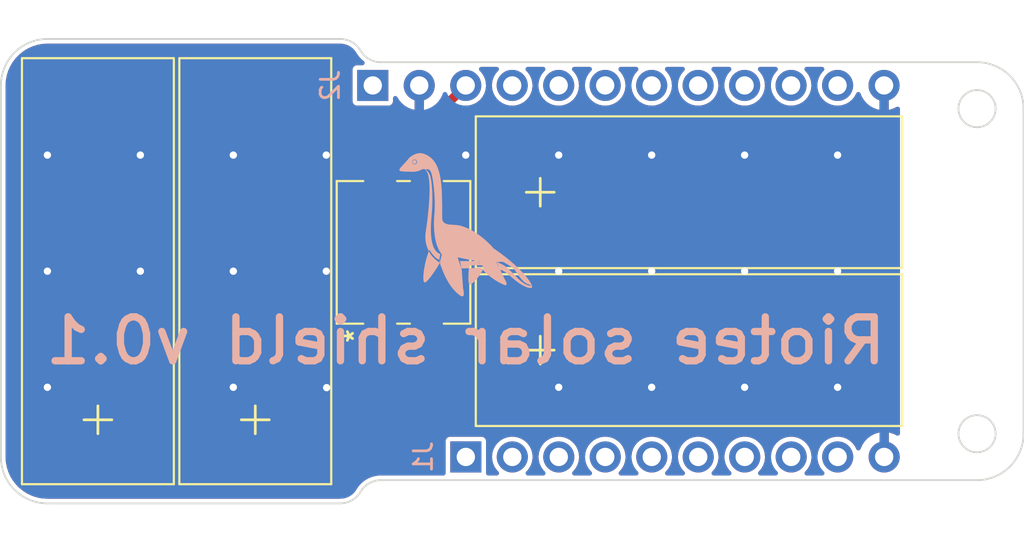
<source format=kicad_pcb>
(kicad_pcb (version 20211014) (generator pcbnew)
  (layers (0 "F.Cu" jumper) (31 "B.Cu" signal) (34 "B.Paste" user) (35 "F.Paste" user) (36 "B.SilkS" user "B.Silkscreen") (37 "F.SilkS" user "F.Silkscreen") (38 "B.Mask" user) (39 "F.Mask" user) (44 "Edge.Cuts" user))
  (net 0 "")
  (net 1 "GND")
  (net 12 "/Vharvester")
  (net 21 "Net-(SC1-Pad1)")
  (net 22 "Net-(SC4-Pad1)")
  (footprint "riotee:AS_KXOB25_23x08" (layer "F.Cu") (at 215.4 66.548)
    (fp_text reference "SC4" hide)
    (fp_text value "KXOB25-05X3F")
    (fp_line (start -11.65 4.15) (end 11.65 4.15) (layer "F.SilkS") (width 0.12))
    (fp_line (start -8.89 0) (end -7.366 0) (layer "F.SilkS") (width 0.15))
    (fp_line (start -11.65 -4.15) (end -11.65 4.15) (layer "F.SilkS") (width 0.12))
    (fp_line (start -8.128 -0.762) (end -8.128 0.762) (layer "F.SilkS") (width 0.15))
    (fp_line (start 11.65 4.15) (end 11.65 -4.15) (layer "F.SilkS") (width 0.12))
    (fp_line (start 11.65 -4.15) (end -11.65 -4.15) (layer "F.SilkS") (width 0.12))
    (pad "1" smd rect (at -10.5 0 90) (size 7.4 2) (layers "F.Cu" "F.Mask") (net 22 "Net-(SC4-Pad1)"))
    (pad "2" smd rect (at 10.5 0 90) (size 7.4 2) (layers "F.Cu" "F.Mask") (net 1 "GND"))
  )
  (footprint "riotee:AS_KXOB25_23x08" (layer "F.Cu") (at 183.1 62.23 90)
    (fp_text reference "SC3" hide)
    (fp_text value "KXOB25-05X3F")
    (fp_line (start 11.65 -4.15) (end -11.65 -4.15) (layer "F.SilkS") (width 0.12))
    (fp_line (start 11.65 4.15) (end 11.65 -4.15) (layer "F.SilkS") (width 0.12))
    (fp_line (start -11.65 -4.15) (end -11.65 4.15) (layer "F.SilkS") (width 0.12))
    (fp_line (start -11.65 4.15) (end 11.65 4.15) (layer "F.SilkS") (width 0.12))
    (fp_line (start -8.128 -0.762) (end -8.128 0.762) (layer "F.SilkS") (width 0.15))
    (fp_line (start -8.89 0) (end -7.366 0) (layer "F.SilkS") (width 0.15))
    (pad "1" smd rect (at -10.5 0 180) (size 7.4 2) (layers "F.Cu" "F.Mask") (net 21 "Net-(SC1-Pad1)"))
    (pad "2" smd rect (at 10.5 0 180) (size 7.4 2) (layers "F.Cu" "F.Mask") (net 1 "GND"))
  )
  (footprint "riotee:AS_KXOB25_23x08" (layer "F.Cu") (at 215.4 57.912)
    (fp_text reference "SC2" hide)
    (fp_text value "KXOB25-05X3F")
    (fp_line (start -11.65 4.15) (end 11.65 4.15) (layer "F.SilkS") (width 0.12))
    (fp_line (start -8.128 -0.762) (end -8.128 0.762) (layer "F.SilkS") (width 0.15))
    (fp_line (start 11.65 -4.15) (end -11.65 -4.15) (layer "F.SilkS") (width 0.12))
    (fp_line (start -11.65 -4.15) (end -11.65 4.15) (layer "F.SilkS") (width 0.12))
    (fp_line (start 11.65 4.15) (end 11.65 -4.15) (layer "F.SilkS") (width 0.12))
    (fp_line (start -8.89 0) (end -7.366 0) (layer "F.SilkS") (width 0.15))
    (pad "1" smd rect (at -10.5 0 90) (size 7.4 2) (layers "F.Cu" "F.Mask") (net 21 "Net-(SC1-Pad1)"))
    (pad "2" smd rect (at 10.5 0 90) (size 7.4 2) (layers "F.Cu" "F.Mask") (net 1 "GND"))
  )
  (footprint "riotee:TE_1825058-1" (layer "F.Cu") (at 199.8 61.2 90)
    (fp_text reference "SW1")
    (fp_text value "SW_DIP_x02")
    (fp_text user "*" (at -4.572 -2.667 90) (layer "F.SilkS"))
    (fp_line (start 3.9 -3.65) (end 3.9 -2.2) (layer "F.SilkS") (width 0.12))
    (fp_line (start 3.9 0.35) (end 3.9 -0.35) (layer "F.SilkS") (width 0.12))
    (fp_line (start -3.9 -2.2) (end -3.9 -3.65) (layer "F.SilkS") (width 0.12))
    (fp_line (start 3.9 3.65) (end -3.9 3.65) (layer "F.SilkS") (width 0.12))
    (fp_line (start 3.9 2.2) (end 3.9 3.65) (layer "F.SilkS") (width 0.12))
    (fp_line (start -3.9 3.65) (end -3.9 2.2) (layer "F.SilkS") (width 0.12))
    (fp_line (start -3.9 -3.65) (end 3.9 -3.65) (layer "F.SilkS") (width 0.12))
    (fp_line (start -3.9 0.35) (end -3.9 -0.35) (layer "F.SilkS") (width 0.12))
    (pad "1" smd rect (at -4.13 -1.27 90) (size 2.16 1.52) (layers "F.Cu" "F.Paste" "F.Mask") (net 21 "Net-(SC1-Pad1)"))
    (pad "2" smd rect (at -4.13 1.27 90) (size 2.16 1.52) (layers "F.Cu" "F.Paste" "F.Mask") (net 22 "Net-(SC4-Pad1)"))
    (pad "3" smd rect (at 4.13 1.27 90) (size 2.16 1.52) (layers "F.Cu" "F.Paste" "F.Mask") (net 12 "/Vharvester"))
    (pad "4" smd rect (at 4.13 -1.27 90) (size 2.16 1.52) (layers "F.Cu" "F.Paste" "F.Mask") (net 12 "/Vharvester"))
  )
  (footprint "riotee:AS_KXOB25_23x08" (layer "F.Cu") (at 191.7 62.23 90)
    (fp_text reference "SC1" hide)
    (fp_text value "KXOB25-05X3F")
    (fp_line (start -11.65 -4.15) (end -11.65 4.15) (layer "F.SilkS") (width 0.12))
    (fp_line (start -11.65 4.15) (end 11.65 4.15) (layer "F.SilkS") (width 0.12))
    (fp_line (start 11.65 -4.15) (end -11.65 -4.15) (layer "F.SilkS") (width 0.12))
    (fp_line (start 11.65 4.15) (end 11.65 -4.15) (layer "F.SilkS") (width 0.12))
    (fp_line (start -8.128 -0.762) (end -8.128 0.762) (layer "F.SilkS") (width 0.15))
    (fp_line (start -8.89 0) (end -7.366 0) (layer "F.SilkS") (width 0.15))
    (pad "1" smd rect (at -10.5 0 180) (size 7.4 2) (layers "F.Cu" "F.Mask") (net 21 "Net-(SC1-Pad1)"))
    (pad "2" smd rect (at 10.5 0 180) (size 7.4 2) (layers "F.Cu" "F.Mask") (net 1 "GND"))
  )
  (footprint "riotee:PinHeader_1x12_P2.54mm_Vertical" (layer "B.Cu") (at 198.12 52.07 -90)
    (fp_text reference "J2" (at 0 2.33 90) (layer "B.SilkS") (effects (justify mirror)))
    (fp_text value "Conn_01x12")
    (pad "1" thru_hole rect (at 0 0 270) (size 1.7 1.7) (drill 1) (layers *.Cu *.Mask))
    (pad "2" thru_hole oval (at 0 -2.54 270) (size 1.7 1.7) (drill 1) (layers *.Cu *.Mask) (net 1 "GND"))
    (pad "3" thru_hole oval (at 0 -5.08 270) (size 1.7 1.7) (drill 1) (layers *.Cu *.Mask) (net 12 "/Vharvester"))
    (pad "4" thru_hole oval (at 0 -7.62 270) (size 1.7 1.7) (drill 1) (layers *.Cu *.Mask))
    (pad "5" thru_hole oval (at 0 -10.16 270) (size 1.7 1.7) (drill 1) (layers *.Cu *.Mask))
    (pad "6" thru_hole oval (at 0 -12.7 270) (size 1.7 1.7) (drill 1) (layers *.Cu *.Mask))
    (pad "7" thru_hole oval (at 0 -15.24 270) (size 1.7 1.7) (drill 1) (layers *.Cu *.Mask))
    (pad "8" thru_hole oval (at 0 -17.78 270) (size 1.7 1.7) (drill 1) (layers *.Cu *.Mask))
    (pad "9" thru_hole oval (at 0 -20.32 270) (size 1.7 1.7) (drill 1) (layers *.Cu *.Mask))
    (pad "10" thru_hole oval (at 0 -22.86 270) (size 1.7 1.7) (drill 1) (layers *.Cu *.Mask))
    (pad "11" thru_hole oval (at 0 -25.4 270) (size 1.7 1.7) (drill 1) (layers *.Cu *.Mask))
    (pad "12" thru_hole oval (at 0 -27.94 270) (size 1.7 1.7) (drill 1) (layers *.Cu *.Mask) (net 1 "GND"))
  )
  (footprint "riotee:PinHeader_1x10_P2.54mm_Vertical" (layer "B.Cu") (at 203.205 72.39 -90)
    (fp_text reference "J1" (at 0 2.33 90) (layer "B.SilkS") (effects (justify mirror)))
    (fp_text value "Conn_01x10")
    (pad "1" thru_hole rect (at 0 0 270) (size 1.7 1.7) (drill 1) (layers *.Cu *.Mask))
    (pad "2" thru_hole oval (at 0 -2.54 270) (size 1.7 1.7) (drill 1) (layers *.Cu *.Mask))
    (pad "3" thru_hole oval (at 0 -5.08 270) (size 1.7 1.7) (drill 1) (layers *.Cu *.Mask))
    (pad "4" thru_hole oval (at 0 -7.62 270) (size 1.7 1.7) (drill 1) (layers *.Cu *.Mask))
    (pad "5" thru_hole oval (at 0 -10.16 270) (size 1.7 1.7) (drill 1) (layers *.Cu *.Mask))
    (pad "6" thru_hole oval (at 0 -12.7 270) (size 1.7 1.7) (drill 1) (layers *.Cu *.Mask))
    (pad "7" thru_hole oval (at 0 -15.24 270) (size 1.7 1.7) (drill 1) (layers *.Cu *.Mask))
    (pad "8" thru_hole oval (at 0 -17.78 270) (size 1.7 1.7) (drill 1) (layers *.Cu *.Mask))
    (pad "9" thru_hole oval (at 0 -20.32 270) (size 1.7 1.7) (drill 1) (layers *.Cu *.Mask))
    (pad "10" thru_hole oval (at 0 -22.86 270) (size 1.7 1.7) (drill 1) (layers *.Cu *.Mask) (net 1 "GND"))
  )
  (gr_poly (pts (xy 201.210963 61.18522) (xy 201.267761 61.276969) (xy 201.330609 61.364698) (xy 201.399364 61.44807) (xy 201.473882 61.52675) (xy 201.55402 61.600398) (xy 201.639634 61.668679) (xy 201.674733 61.693649) (xy 201.725954 61.729533) (xy 201.777672 61.765417) (xy 201.779483 61.766653) (xy 201.779863 61.769221) (xy 201.783148 61.779076) (xy 201.77453 61.794683) (xy 201.723267 61.883328) (xy 201.66909 61.973345) (xy 201.61268 62.063777) (xy 201.554719 62.153666) (xy 201.495891 62.242055) (xy 201.436876 62.327987) (xy 201.378358 62.410505) (xy 201.321018 62.488651) (xy 201.265538 62.561467) (xy 201.212601 62.627998) (xy 201.162888 62.687284) (xy 201.117082 62.738369) (xy 201.075865 62.780296) (xy 201.039919 62.812108) (xy 201.024135 62.823921) (xy 201.009926 62.832846) (xy 201.005461 62.835172) (xy 201.000996 62.837192) (xy 200.996531 62.83891) (xy 200.992066 62.840329) (xy 200.987601 62.841453) (xy 200.983137 62.842287) (xy 200.978672 62.842834) (xy 200.974207 62.843099) (xy 200.969742 62.843084) (xy 200.965277 62.842794) (xy 200.960812 62.842232) (xy 200.956348 62.841404) (xy 200.951883 62.840311) (xy 200.947418 62.83896) (xy 200.942953 62.837352) (xy 200.938488 62.835492) (xy 200.934118 62.83292) (xy 200.929941 62.83017) (xy 200.925966 62.827248) (xy 200.9222 62.824165) (xy 200.918651 62.820926) (xy 200.915327 62.81754) (xy 200.912235 62.814014) (xy 200.909384 62.810357) (xy 200.906781 62.806575) (xy 200.904433 62.802677) (xy 200.90235 62.798671) (xy 200.900537 62.794564) (xy 200.899003 62.790364) (xy 200.897757 62.786079) (xy 200.896805 62.781716) (xy 200.896155 62.777284) (xy 200.885769 62.676842) (xy 200.882895 62.567203) (xy 200.886795 62.450146) (xy 200.896734 62.32745) (xy 200.911974 62.200894) (xy 200.931781 62.072257) (xy 200.955416 61.943317) (xy 200.982144 61.815854) (xy 201.011229 61.691646) (xy 201.041934 61.572473) (xy 201.073523 61.460114) (xy 201.105258 61.356347) (xy 201.136405 61.262951) (xy 201.166226 61.181706) (xy 201.184982 61.136225)) (layer "B.SilkS") (width 0) (fill solid))
  (gr_poly (pts (xy 200.734671 55.773876) (xy 200.77768 55.777681) (xy 200.820953 55.784509) (xy 200.864652 55.794352) (xy 200.90894 55.807202) (xy 200.95398 55.823053) (xy 200.999934 55.841895) (xy 201.046966 55.863722) (xy 201.125569 55.905717) (xy 201.199262 55.952289) (xy 201.268203 56.003378) (xy 201.332551 56.058925) (xy 201.392465 56.11887) (xy 201.448104 56.183156) (xy 201.547194 56.32451) (xy 201.631091 56.482515) (xy 201.701066 56.656697) (xy 201.75839 56.846583) (xy 201.804336 57.051701) (xy 201.840174 57.271578) (xy 201.867175 57.505741) (xy 201.88661 57.753716) (xy 201.899751 58.015032) (xy 201.912236 58.575794) (xy 201.914799 59.184243) (xy 201.914799 59.316534) (xy 201.915636 59.347356) (xy 201.918112 59.376361) (xy 201.922177 59.403607) (xy 201.927781 59.429153) (xy 201.934872 59.453057) (xy 201.943402 59.475379) (xy 201.95332 59.496177) (xy 201.964574 59.515509) (xy 201.977115 59.533435) (xy 201.990893 59.550012) (xy 202.005857 59.565299) (xy 202.021956 59.579356) (xy 202.03914 59.59224) (xy 202.057359 59.60401) (xy 202.076563 59.614725) (xy 202.096701 59.624443) (xy 202.139576 59.641125) (xy 202.185584 59.654524) (xy 202.23432 59.665109) (xy 202.285382 59.67335) (xy 202.338365 59.679714) (xy 202.392869 59.684672) (xy 202.504821 59.692243) (xy 202.610778 59.699064) (xy 202.664113 59.703544) (xy 202.717479 59.70911) (xy 202.770721 59.71604) (xy 202.823685 59.724613) (xy 202.876214 59.735108) (xy 202.902267 59.741164) (xy 202.928154 59.747805) (xy 203.022675 59.776461) (xy 203.115674 59.808656) (xy 203.207056 59.8441) (xy 203.296725 59.882505) (xy 203.384587 59.92358) (xy 203.470545 59.967036) (xy 203.554504 60.012583) (xy 203.636369 60.059931) (xy 203.716044 60.10879) (xy 203.793434 60.158872) (xy 203.868443 60.209885) (xy 203.940976 60.261541) (xy 204.078231 60.365621) (xy 204.204438 60.468795) (xy 204.31883 60.568743) (xy 204.420647 60.66315) (xy 204.509122 60.749696) (xy 204.583494 60.826065) (xy 204.686873 60.938999) (xy 204.724675 60.983409) (xy 204.724915 60.983657) (xy 204.725141 60.983905) (xy 204.725353 60.984151) (xy 204.725553 60.984396) (xy 204.725741 60.984639) (xy 204.725919 60.98488) (xy 204.726246 60.985352) (xy 204.72732 60.987047) (xy 204.727445 60.987229) (xy 204.72757 60.987403) (xy 204.727697 60.987568) (xy 204.727827 60.987724) (xy 204.727961 60.98787) (xy 204.728099 60.988006) (xy 204.728244 60.988132) (xy 204.728395 60.988246) (xy 204.728554 60.988349) (xy 204.728722 60.988439) (xy 204.7289 60.988517) (xy 204.729088 60.988582) (xy 204.729288 60.988633) (xy 204.7295 60.98867) (xy 204.729726 60.988693) (xy 204.729966 60.988701) (xy 204.944268 61.135548) (xy 205.149331 61.283784) (xy 205.344719 61.432499) (xy 205.53 61.580789) (xy 205.704739 61.727745) (xy 205.868501 61.872461) (xy 206.020854 62.01403) (xy 206.161362 62.151544) (xy 206.289592 62.284098) (xy 206.405109 62.410784) (xy 206.50748 62.530696) (xy 206.596271 62.642925) (xy 206.671046 62.746566) (xy 206.731373 62.840712) (xy 206.776818 62.924455) (xy 206.806945 62.996888) (xy 206.8013 63.001661) (xy 206.795271 63.006045) (xy 206.788847 63.010027) (xy 206.787402 63.010781) (xy 206.788319 63.010883) (xy 206.792499 63.01099) (xy 206.79644 63.010685) (xy 206.800131 63.009943) (xy 206.80356 63.008736) (xy 206.806718 63.007039) (xy 206.809592 63.004825) (xy 206.813421 63.017475) (xy 206.816909 63.02963) (xy 206.819963 63.041288) (xy 206.821298 63.046931) (xy 206.82249 63.05245) (xy 206.823527 63.057845) (xy 206.824397 63.063116) (xy 206.825089 63.068263) (xy 206.825591 63.073286) (xy 206.825891 63.078185) (xy 206.825978 63.08296) (xy 206.825841 63.087611) (xy 206.825467 63.092137) (xy 206.825188 63.094805) (xy 206.82485 63.097351) (xy 206.824457 63.09978) (xy 206.824009 63.102096) (xy 206.823512 63.104301) (xy 206.822967 63.106398) (xy 206.822377 63.108393) (xy 206.821746 63.110286) (xy 206.821076 63.112083) (xy 206.82037 63.113787) (xy 206.819631 63.1154) (xy 206.818862 63.116927) (xy 206.818066 63.11837) (xy 206.817246 63.119733) (xy 206.816404 63.12102) (xy 206.815545 63.122234) (xy 206.814669 63.123378) (xy 206.813781 63.124455) (xy 206.812883 63.12547) (xy 206.811979 63.126425) (xy 206.810161 63.128169) (xy 206.808351 63.129717) (xy 206.806572 63.131093) (xy 206.804848 63.132326) (xy 206.801654 63.134471) (xy 206.798121 63.136393) (xy 206.794471 63.138191) (xy 206.790713 63.139866) (xy 206.786854 63.141416) (xy 206.782902 63.142842) (xy 206.778865 63.144145) (xy 206.77475 63.145323) (xy 206.770565 63.146377) (xy 206.766319 63.147307) (xy 206.762018 63.148113) (xy 206.757671 63.148796) (xy 206.753285 63.149354) (xy 206.748868 63.149788) (xy 206.744428 63.150098) (xy 206.739972 63.150284) (xy 206.735509 63.150346) (xy 206.699501 63.148439) (xy 206.661141 63.142905) (xy 206.620742 63.134021) (xy 206.578619 63.122069) (xy 206.535085 63.107325) (xy 206.490454 63.09007) (xy 206.44504 63.070583) (xy 206.399157 63.049143) (xy 206.353119 63.026028) (xy 206.30724 63.001518) (xy 206.261834 62.975891) (xy 206.217215 62.949428) (xy 206.131592 62.895106) (xy 206.052884 62.840783) (xy 206.003 62.803845) (xy 205.95445 62.766535) (xy 205.907078 62.728977) (xy 205.86073 62.691294) (xy 205.770482 62.616054) (xy 205.682467 62.541805) (xy 205.604368 62.475705) (xy 205.528471 62.412862) (xy 205.454248 62.354048) (xy 205.4176 62.326396) (xy 205.381173 62.300041) (xy 205.3449 62.275082) (xy 205.308717 62.251615) (xy 205.272557 62.229738) (xy 205.236354 62.209546) (xy 205.200043 62.191137) (xy 205.163558 62.174607) (xy 205.126832 62.160055) (xy 205.093621 62.148863) (xy 205.198279 62.401575) (xy 205.215818 62.436327) (xy 205.232923 62.471235) (xy 205.267071 62.542135) (xy 205.303203 62.615515) (xy 205.322788 62.653523) (xy 205.3438 62.692617) (xy 205.355682 62.713884) (xy 205.366548 62.734051) (xy 205.376437 62.753148) (xy 205.385389 62.771206) (xy 205.393442 62.788257) (xy 205.400634 62.804331) (xy 205.407004 62.819459) (xy 205.412592 62.833672) (xy 205.417435 62.847002) (xy 205.421573 62.85948) (xy 205.425044 62.871135) (xy 205.427888 62.882) (xy 205.430142 62.892105) (xy 205.431846 62.901482) (xy 205.433039 62.910161) (xy 205.433758 62.918174) (xy 205.434044 62.92555) (xy 205.433934 62.932323) (xy 205.433468 62.938521) (xy 205.432684 62.944177) (xy 205.43162 62.949322) (xy 205.430317 62.953985) (xy 205.428812 62.9582) (xy 205.427144 62.961995) (xy 205.425352 62.965403) (xy 205.423475 62.968455) (xy 205.421551 62.971181) (xy 205.41962 62.973612) (xy 205.415889 62.977715) (xy 205.412592 62.981012) (xy 205.409952 62.98358) (xy 205.407004 62.985834) (xy 205.403768 62.987785) (xy 205.400262 62.989446) (xy 205.396503 62.990827) (xy 205.392512 62.991942) (xy 205.388305 62.9928) (xy 205.383901 62.993415) (xy 205.374577 62.993957) (xy 205.364688 62.993663) (xy 205.35438 62.992624) (xy 205.3438 62.990934) (xy 205.333097 62.988686) (xy 205.322416 62.985973) (xy 205.311907 62.982888) (xy 205.301715 62.979524) (xy 205.291988 62.975974) (xy 205.282873 62.97233) (xy 205.274519 62.968687) (xy 205.267071 62.965137) (xy 205.157791 62.914039) (xy 205.052267 62.860208) (xy 204.950596 62.804013) (xy 204.852874 62.745822) (xy 204.759198 62.686003) (xy 204.669666 62.624925) (xy 204.584373 62.562955) (xy 204.503417 62.500462) (xy 204.426896 62.437814) (xy 204.354905 62.37538) (xy 204.287541 62.313526) (xy 204.224902 62.252622) (xy 204.167085 62.193036) (xy 204.134773 62.15767) (xy 204.125105 62.175977) (xy 204.119488 62.186638) (xy 204.116134 62.192555) (xy 204.075833 62.264567) (xy 204.034454 62.333704) (xy 203.992223 62.399879) (xy 203.949364 62.463008) (xy 203.906102 62.523006) (xy 203.862661 62.579787) (xy 203.819267 62.633265) (xy 203.776145 62.683357) (xy 203.733518 62.729975) (xy 203.691612 62.773036) (xy 203.650652 62.812453) (xy 203.610863 62.848142) (xy 203.572468 62.880018) (xy 203.535694 62.907994) (xy 203.500765 62.931986) (xy 203.467905 62.951908) (xy 203.46589 62.952838) (xy 203.463817 62.953639) (xy 203.46169 62.954309) (xy 203.459513 62.954843) (xy 203.457289 62.955238) (xy 203.455022 62.955489) (xy 203.452717 62.955593) (xy 203.450377 62.955546) (xy 203.448005 62.955344) (xy 203.445607 62.954983) (xy 203.443185 62.954459) (xy 203.440744 62.953768) (xy 203.438288 62.952907) (xy 203.435819 62.951872) (xy 203.433343 62.950658) (xy 203.430863 62.949263) (xy 203.424857 62.945893) (xy 203.418782 62.94178) (xy 203.41269 62.936984) (xy 203.406638 62.931568) (xy 203.400678 62.925595) (xy 203.394866 62.919125) (xy 203.389255 62.912221) (xy 203.3839 62.904945) (xy 203.378855 62.897359) (xy 203.374175 62.889524) (xy 203.369913 62.881504) (xy 203.366123 62.87336) (xy 203.362861 62.865154) (xy 203.36018 62.856948) (xy 203.358135 62.848803) (xy 203.35678 62.840783) (xy 203.351557 62.796519) (xy 203.347737 62.745755) (xy 203.343964 62.628744) (xy 203.344781 62.497781) (xy 203.349504 62.360895) (xy 203.357452 62.226118) (xy 203.367942 62.10148) (xy 203.371501 62.070802) (xy 203.43417 62.067869) (xy 203.576632 62.059394) (xy 203.716613 62.049679) (xy 203.794665 62.044181) (xy 203.870733 62.039426) (xy 204.020884 62.031158) (xy 204.009842 62.011066) (xy 203.999521 61.98961) (xy 203.989898 61.966976) (xy 203.98509 61.954283) (xy 203.979604 61.942409) (xy 203.972569 61.925664) (xy 203.965726 61.908161) (xy 203.938533 61.907135) (xy 203.898488 61.905549) (xy 203.858041 61.904613) (xy 203.816912 61.904856) (xy 203.796004 61.905584) (xy 203.774821 61.906804) (xy 203.732622 61.909207) (xy 203.686269 61.910649) (xy 203.586306 61.911765) (xy 203.485351 61.912385) (xy 203.437757 61.913207) (xy 203.393822 61.914742) (xy 203.386953 61.951099) (xy 203.380293 61.995011) (xy 203.371501 62.070802) (xy 203.361854 62.071254) (xy 203.288732 62.073863) (xy 203.214742 62.075543) (xy 203.139822 62.076137) (xy 203.097571 62.075682) (xy 203.053832 62.074484) (xy 202.961471 62.070906) (xy 202.967303 62.090822) (xy 202.973697 62.118874) (xy 202.9792 62.149514) (xy 202.983924 62.182549) (xy 202.991484 62.255031) (xy 202.997277 62.334768) (xy 203.007158 62.509806) (xy 203.013043 62.602007) (xy 203.020759 62.695262) (xy 203.02727 62.77226) (xy 203.033161 62.851367) (xy 203.044571 63.009455) (xy 203.050835 63.085213) (xy 203.057966 63.15663) (xy 203.066337 63.222093) (xy 203.071105 63.252089) (xy 203.076321 63.279991) (xy 203.080293 63.301568) (xy 203.083786 63.322159) (xy 203.086818 63.34179) (xy 203.089406 63.360483) (xy 203.091568 63.378261) (xy 203.09332 63.395147) (xy 203.094682 63.411166) (xy 203.095669 63.426339) (xy 203.0963 63.440691) (xy 203.096592 63.454244) (xy 203.096562 63.467023) (xy 203.096227 63.479049) (xy 203.095606 63.490347) (xy 203.094716 63.500939) (xy 203.093573 63.510849) (xy 203.092197 63.520101) (xy 203.090603 63.528717) (xy 203.088809 63.53672) (xy 203.086834 63.544134) (xy 203.084693 63.550983) (xy 203.082406 63.557289) (xy 203.079988 63.563075) (xy 203.077458 63.568365) (xy 203.074833 63.573183) (xy 203.072131 63.577551) (xy 203.069368 63.581493) (xy 203.066563 63.585031) (xy 203.063733 63.58819) (xy 203.060895 63.590992) (xy 203.058067 63.593461) (xy 203.055265 63.59562) (xy 203.052509 63.597492) (xy 203.047156 63.600418) (xy 203.041531 63.602767) (xy 203.035654 63.604563) (xy 203.029549 63.605833) (xy 203.023236 63.606602) (xy 203.016738 63.606898) (xy 203.010076 63.606747) (xy 203.003271 63.606174) (xy 202.996347 63.605205) (xy 202.989325 63.603868) (xy 202.982225 63.602187) (xy 202.975072 63.60019) (xy 202.960687 63.595349) (xy 202.946345 63.589555) (xy 202.93222 63.583016) (xy 202.918486 63.575943) (xy 202.905318 63.568544) (xy 202.892891 63.561029) (xy 202.881378 63.553607) (xy 202.870954 63.546487) (xy 202.854071 63.533992) (xy 202.797209 63.489965) (xy 202.742193 63.443812) (xy 202.688991 63.395685) (xy 202.637573 63.345734) (xy 202.539968 63.240975) (xy 202.449135 63.13075) (xy 202.364828 63.016278) (xy 202.286804 62.898775) (xy 202.214818 62.779458) (xy 202.148626 62.659544) (xy 202.087985 62.54025) (xy 202.032649 62.422794) (xy 201.982375 62.308391) (xy 201.936918 62.19826) (xy 201.859481 61.995678) (xy 201.798384 61.824784) (xy 201.783148 61.779076) (xy 201.787128 61.771871) (xy 201.814259 61.790388) (xy 201.812883 61.763506) (xy 201.812678 61.735569) (xy 201.813006 61.72501) (xy 201.822196 61.708367) (xy 201.821512 61.705898) (xy 201.819576 61.701634) (xy 201.814523 61.692224) (xy 201.813573 61.706765) (xy 201.813006 61.72501) (xy 201.787128 61.771871) (xy 201.779483 61.766653) (xy 201.776229 61.744672) (xy 201.773238 61.720666) (xy 201.770852 61.697249) (xy 201.769032 61.674467) (xy 201.767738 61.652368) (xy 201.766933 61.630997) (xy 201.766578 61.610402) (xy 201.766579 61.610069) (xy 201.762185 61.602197) (xy 201.759846 61.59753) (xy 201.758696 61.594596) (xy 201.754781 61.592267) (xy 201.750967 61.590228) (xy 201.747248 61.588458) (xy 201.743617 61.586937) (xy 201.740068 61.585645) (xy 201.736593 61.584561) (xy 201.733186 61.583666) (xy 201.72984 61.582937) (xy 201.723305 61.581903) (xy 201.716932 61.581294) (xy 201.704457 61.580705) (xy 201.698247 61.580399) (xy 201.691982 61.579868) (xy 201.685609 61.578949) (xy 201.682365 61.578294) (xy 201.679073 61.577481) (xy 201.675728 61.576489) (xy 201.672321 61.575299) (xy 201.668846 61.573889) (xy 201.665297 61.572241) (xy 201.661666 61.570332) (xy 201.657947 61.568144) (xy 201.654133 61.565655) (xy 201.650217 61.562846) (xy 201.616073 61.536708) (xy 201.583069 61.509888) (xy 201.551165 61.482386) (xy 201.520323 61.454201) (xy 201.490505 61.425335) (xy 201.461671 61.395786) (xy 201.433782 61.365556) (xy 201.406801 61.334643) (xy 201.380687 61.303048) (xy 201.355403 61.270771) (xy 201.33091 61.237811) (xy 201.307169 61.20417) (xy 201.28414 61.169847) (xy 201.261786 61.134841) (xy 201.240068 61.099153) (xy 201.218947 61.062783) (xy 201.193986 61.114391) (xy 201.184982 61.136225) (xy 201.160358 61.08979) (xy 201.11609 60.991015) (xy 201.078302 60.889233) (xy 201.047138 60.78478) (xy 201.022741 60.677993) (xy 201.005254 60.569211) (xy 200.994822 60.45877) (xy 200.991586 60.347008) (xy 200.995691 60.234261) (xy 201.00728 60.120867) (xy 201.075782 59.640855) (xy 201.130947 59.182273) (xy 201.182236 58.64813) (xy 201.216285 58.091043) (xy 201.222669 57.820338) (xy 201.219732 57.563628) (xy 201.205803 57.32749) (xy 201.179213 57.118503) (xy 201.13829 56.943241) (xy 201.111931 56.870313) (xy 201.081363 56.808284) (xy 201.073021 56.794267) (xy 201.064853 56.780983) (xy 201.056847 56.76842) (xy 201.048993 56.756566) (xy 201.041279 56.74541) (xy 201.033692 56.734939) (xy 201.026221 56.725143) (xy 201.018856 56.71601) (xy 201.011583 56.707528) (xy 201.004391 56.699686) (xy 200.99727 56.692471) (xy 200.990206 56.685873) (xy 200.983189 56.679879) (xy 200.976207 56.674478) (xy 200.969248 56.669658) (xy 200.962301 56.665409) (xy 200.96783 56.666801) (xy 200.973977 56.667558) (xy 200.984017 56.667495) (xy 200.988138 56.669228) (xy 201.001362 56.675611) (xy 201.015547 56.683393) (xy 201.0306 56.69271) (xy 201.046429 56.703697) (xy 201.062939 56.71649) (xy 201.080039 56.731225) (xy 201.097635 56.748037) (xy 201.115634 56.767062) (xy 201.124755 56.777447) (xy 201.133943 56.788436) (xy 201.143184 56.800046) (xy 201.152469 56.812295) (xy 201.161784 56.825198) (xy 201.171119 56.838773) (xy 201.180461 56.853037) (xy 201.1898 56.868007) (xy 201.199123 56.8837) (xy 201.208419 56.900132) (xy 201.217676 56.917322) (xy 201.226883 56.935284) (xy 201.251706 56.995486) (xy 201.274534 57.071989) (xy 201.295291 57.163422) (xy 201.313906 57.268411) (xy 201.330303 57.385586) (xy 201.344411 57.513575) (xy 201.356153 57.651004) (xy 201.365458 57.796503) (xy 201.372252 57.948699) (xy 201.37646 58.106221) (xy 201.37801 58.267696) (xy 201.376827 58.431751) (xy 201.372838 58.597017) (xy 201.36597 58.762119) (xy 201.356148 58.925686) (xy 201.3433 59.086347) (xy 201.316557 59.414601) (xy 201.299023 59.756776) (xy 201.296122 59.928598) (xy 201.298419 60.098518) (xy 201.306877 60.264739) (xy 201.322464 60.425469) (xy 201.346142 60.578913) (xy 201.378879 60.723275) (xy 201.421638 60.856763) (xy 201.447077 60.918867) (xy 201.475384 60.97758) (xy 201.50668 61.032677) (xy 201.541084 61.083934) (xy 201.578718 61.131125) (xy 201.619701 61.174028) (xy 201.664156 61.212418) (xy 201.712201 61.24607) (xy 201.763959 61.27476) (xy 201.819549 61.298263) (xy 201.816904 61.308847) (xy 201.812191 61.325466) (xy 201.801029 61.366394) (xy 201.794424 61.391788) (xy 201.787882 61.418236) (xy 201.78196 61.444063) (xy 201.779406 61.456222) (xy 201.777216 61.467597) (xy 201.773423 61.491843) (xy 201.770188 61.520679) (xy 201.767822 61.553731) (xy 201.767061 61.571722) (xy 201.766633 61.590628) (xy 201.766579 61.610069) (xy 201.769735 61.615721) (xy 201.791439 61.652473) (xy 201.802802 61.671671) (xy 201.812647 61.68873) (xy 201.814523 61.692224) (xy 201.815499 61.677278) (xy 201.818387 61.647295) (xy 201.822166 61.617003) (xy 201.826766 61.586586) (xy 201.832118 61.556231) (xy 201.838153 61.526125) (xy 201.8448 61.496452) (xy 201.850908 61.472888) (xy 202.756176 61.472888) (xy 202.840842 61.721596) (xy 202.959905 62.070846) (xy 202.961471 62.070906) (xy 202.959904 62.065554) (xy 202.885821 61.673971) (xy 203.018815 61.675748) (xy 203.326683 61.676286) (xy 203.351094 61.675948) (xy 203.91762 61.675948) (xy 203.917696 61.685877) (xy 203.918144 61.697293) (xy 203.91905 61.710237) (xy 203.919701 61.717294) (xy 203.920498 61.724746) (xy 203.921452 61.7326) (xy 203.922574 61.74086) (xy 203.923874 61.749531) (xy 203.925363 61.758618) (xy 203.927052 61.768125) (xy 203.928951 61.778057) (xy 203.931071 61.78842) (xy 203.933422 61.799217) (xy 203.936016 61.810455) (xy 203.938863 61.822137) (xy 203.945046 61.845354) (xy 203.951616 61.867354) (xy 203.958466 61.888098) (xy 203.965486 61.907548) (xy 203.965726 61.908161) (xy 203.9694 61.9083) (xy 203.972651 61.918917) (xy 203.980949 61.94335) (xy 203.98509 61.954283) (xy 203.993102 61.971627) (xy 204.005112 61.994891) (xy 204.014765 62.011893) (xy 204.023529 62.025866) (xy 204.066301 62.07929) (xy 204.114185 62.135136) (xy 204.134773 62.15767) (xy 204.140278 62.147245) (xy 204.148406 62.132584) (xy 204.152294 62.125926) (xy 204.155946 62.120001) (xy 204.159272 62.115021) (xy 204.162183 62.1112) (xy 204.164591 62.108752) (xy 204.165577 62.108108) (xy 204.166405 62.107888) (xy 204.161593 62.099497) (xy 204.157052 62.089377) (xy 204.152743 62.077785) (xy 204.148628 62.064976) (xy 204.140825 62.036729) (xy 204.133332 62.006685) (xy 204.125839 61.976888) (xy 204.121995 61.962722) (xy 204.118036 61.949386) (xy 204.113921 61.937135) (xy 204.109612 61.926224) (xy 204.105071 61.916911) (xy 204.102701 61.912933) (xy 204.100259 61.90945) (xy 204.079541 61.910205) (xy 204.059037 61.91053) (xy 204.018528 61.910153) (xy 203.9694 61.9083) (xy 203.964981 61.893864) (xy 203.957915 61.868377) (xy 203.951431 61.842643) (xy 203.940114 61.791173) (xy 203.930843 61.740943) (xy 203.929063 61.729534) (xy 204.870195 61.729534) (xy 205.089799 62.147576) (xy 205.093621 62.148863) (xy 205.0898 62.139637) (xy 204.892925 61.732764) (xy 204.883183 61.732333) (xy 204.870195 61.729534) (xy 203.929063 61.729534) (xy 203.929063 61.729533) (xy 204.891362 61.729533) (xy 204.892925 61.732764) (xy 204.900054 61.733079) (xy 204.900583 61.733056) (xy 204.962138 61.75657) (xy 205.013773 61.777623) (xy 205.072602 61.802955) (xy 205.135895 61.832008) (xy 205.168363 61.847755) (xy 205.200925 61.864223) (xy 205.233238 61.881342) (xy 205.264962 61.899042) (xy 205.295756 61.917255) (xy 205.325279 61.935908) (xy 205.359011 61.959107) (xy 205.393595 61.984825) (xy 205.42883 62.012729) (xy 205.464516 62.042486) (xy 205.500449 62.073762) (xy 205.536429 62.106223) (xy 205.607722 62.173372) (xy 205.676782 62.241264) (xy 205.741998 62.307234) (xy 205.854446 62.422741) (xy 205.985042 62.560779) (xy 206.027197 62.603554) (xy 206.072711 62.648076) (xy 206.121365 62.693568) (xy 206.172938 62.739249) (xy 206.227208 62.784341) (xy 206.283954 62.828066) (xy 206.342956 62.869643) (xy 206.403993 62.908293) (xy 206.435206 62.926278) (xy 206.466844 62.943239) (xy 206.498881 62.959079) (xy 206.531288 62.9737) (xy 206.564038 62.987006) (xy 206.597104 62.998899) (xy 206.630457 63.009281) (xy 206.664071 63.018055) (xy 206.676692 63.020724) (xy 206.688767 63.022788) (xy 206.700307 63.024264) (xy 206.711323 63.025165) (xy 206.721829 63.025509) (xy 206.731834 63.02531) (xy 206.741351 63.024584) (xy 206.750391 63.023346) (xy 206.758966 63.021613) (xy 206.767087 63.019398) (xy 206.774767 63.016719) (xy 206.782016 63.01359) (xy 206.787402 63.010781) (xy 206.783912 63.01039) (xy 206.779288 63.009538) (xy 206.774459 63.008353) (xy 206.769436 63.00686) (xy 206.75885 63.003058) (xy 206.747622 62.998341) (xy 206.735839 62.992919) (xy 206.710967 62.980796) (xy 206.684948 62.968362) (xy 206.671731 62.962553) (xy 206.658495 62.957293) (xy 206.645328 62.952793) (xy 206.638799 62.950894) (xy 206.63232 62.949263) (xy 206.598737 62.939775) (xy 206.565472 62.927314) (xy 206.532549 62.912066) (xy 206.499992 62.894222) (xy 206.467825 62.873969) (xy 206.436071 62.851495) (xy 206.404753 62.82699) (xy 206.373897 62.800641) (xy 206.313661 62.743167) (xy 206.255552 62.680581) (xy 206.199762 62.614391) (xy 206.146479 62.546103) (xy 206.095894 62.477227) (xy 206.048196 62.40927) (xy 205.962221 62.28214) (xy 205.890076 62.176778) (xy 205.859664 62.136028) (xy 205.833279 62.105242) (xy 205.808126 62.080481) (xy 205.781385 62.056723) (xy 205.753202 62.033857) (xy 205.723725 62.01177) (xy 205.6931 61.990349) (xy 205.661475 61.969483) (xy 205.595815 61.928963) (xy 205.458976 61.84963) (xy 205.390153 61.809017) (xy 205.356157 61.788081) (xy 205.322633 61.766575) (xy 205.307999 61.757683) (xy 205.292902 61.749823) (xy 205.277393 61.742941) (xy 205.26152 61.736985) (xy 205.245334 61.731901) (xy 205.228883 61.727636) (xy 205.195385 61.721348) (xy 205.161422 61.717696) (xy 205.127389 61.716253) (xy 205.093682 61.716592) (xy 205.060695 61.718289) (xy 204.998467 61.724045) (xy 204.943865 61.730112) (xy 204.920413 61.732196) (xy 204.900583 61.733056) (xy 204.891362 61.729533) (xy 203.929063 61.729533) (xy 203.923433 61.693442) (xy 203.918577 61.656799) (xy 203.918242 61.660402) (xy 203.91783 61.66747) (xy 203.91762 61.675948) (xy 203.351094 61.675948) (xy 203.503484 61.673842) (xy 203.67275 61.66839) (xy 203.817397 61.659031) (xy 203.857856 61.65453) (xy 203.871951 61.654708) (xy 203.917697 61.650158) (xy 203.918577 61.656799) (xy 203.918771 61.654706) (xy 203.91933 61.650343) (xy 203.919835 61.647275) (xy 203.920342 61.644867) (xy 203.87515 61.652606) (xy 203.857856 61.65453) (xy 203.810814 61.653936) (xy 203.736818 61.648536) (xy 203.652493 61.639203) (xy 203.46298 61.61151) (xy 203.262522 61.576406) (xy 202.909758 61.506167) (xy 202.756176 61.472888) (xy 201.850908 61.472888) (xy 201.859652 61.439153) (xy 201.876116 61.385823) (xy 201.884778 61.361111) (xy 201.893634 61.33795) (xy 201.848655 61.245346) (xy 201.817834 61.204859) (xy 201.788367 61.161837) (xy 201.733458 61.068535) (xy 201.683851 60.966124) (xy 201.639469 60.855292) (xy 201.600233 60.736724) (xy 201.566068 60.611105) (xy 201.536894 60.479123) (xy 201.512634 60.341463) (xy 201.493212 60.198811) (xy 201.478548 60.051853) (xy 201.468567 59.901275) (xy 201.46319 59.747763) (xy 201.46234 59.592003) (xy 201.465939 59.434681) (xy 201.47391 59.276484) (xy 201.486176 59.118096) (xy 201.498044 58.955732) (xy 201.505095 58.786442) (xy 201.507657 58.612168) (xy 201.506061 58.434851) (xy 201.49171 58.078857) (xy 201.464678 57.733995) (xy 201.427601 57.415797) (xy 201.383112 57.139798) (xy 201.358913 57.022478) (xy 201.333849 56.921533) (xy 201.308251 56.838904) (xy 201.282447 56.776534) (xy 201.273073 56.759041) (xy 201.263329 56.743224) (xy 201.253248 56.729004) (xy 201.242863 56.716305) (xy 201.232206 56.705049) (xy 201.221311 56.695161) (xy 201.210211 56.686562) (xy 201.198938 56.679175) (xy 201.187525 56.672924) (xy 201.176006 56.667732) (xy 201.164414 56.663521) (xy 201.15278 56.660215) (xy 201.141139 56.657736) (xy 201.129523 56.656008) (xy 201.117966 56.654953) (xy 201.106499 56.654495) (xy 201.08397 56.655059) (xy 201.062202 56.657084) (xy 201.021998 56.663052) (xy 201.004089 56.665763) (xy 200.987994 56.667471) (xy 200.984017 56.667495) (xy 200.975968 56.664109) (xy 200.964945 56.660118) (xy 200.961006 56.65773) (xy 200.957121 56.655524) (xy 200.953283 56.653496) (xy 200.949484 56.651643) (xy 200.945715 56.64996) (xy 200.94197 56.648444) (xy 200.93824 56.647091) (xy 200.934518 56.645897) (xy 200.930796 56.644857) (xy 200.927066 56.643969) (xy 200.923321 56.643228) (xy 200.919553 56.642631) (xy 200.915753 56.642173) (xy 200.911915 56.64185) (xy 200.90803 56.64166) (xy 200.904091 56.641597) (xy 200.897083 56.641811) (xy 200.889942 56.642439) (xy 200.882662 56.643463) (xy 200.875235 56.644863) (xy 200.867653 56.646619) (xy 200.859908 56.648713) (xy 200.851992 56.651124) (xy 200.843898 56.653834) (xy 200.827145 56.660071) (xy 200.809585 56.66727) (xy 200.791157 56.675275) (xy 200.771799 56.68393) (xy 200.731595 56.702591) (xy 200.68581 56.722088) (xy 200.633575 56.741276) (xy 200.604768 56.750395) (xy 200.574023 56.759006) (xy 200.541232 56.766966) (xy 200.506286 56.774131) (xy 200.469076 56.780359) (xy 200.429495 56.785505) (xy 200.387433 56.789427) (xy 200.342782 56.791981) (xy 200.295433 56.793022) (xy 200.245279 56.792409) (xy 200.102404 56.789764) (xy 199.993077 56.786803) (xy 199.895533 56.783438) (xy 199.851295 56.781402) (xy 199.810142 56.77902) (xy 199.772121 56.776212) (xy 199.737279 56.772896) (xy 199.70566 56.768992) (xy 199.677313 56.764416) (xy 199.652284 56.759089) (xy 199.641028 56.756118) (xy 199.630619 56.752929) (xy 199.621062 56.749511) (xy 199.612364 56.745854) (xy 199.60453 56.741948) (xy 199.597566 56.737782) (xy 199.591478 56.733348) (xy 199.586272 56.728634) (xy 199.581954 56.72363) (xy 199.578529 56.718326) (xy 199.576389 56.713583) (xy 199.574927 56.708285) (xy 199.574139 56.702438) (xy 199.574022 56.696043) (xy 199.574572 56.689106) (xy 199.575785 56.681631) (xy 199.577656 56.67362) (xy 199.580182 56.665079) (xy 199.58336 56.65601) (xy 199.587184 56.646418) (xy 199.591653 56.636307) (xy 199.59676 56.625681) (xy 199.602503 56.614542) (xy 199.608878 56.602897) (xy 199.615881 56.590747) (xy 199.623508 56.578097) (xy 199.800779 56.386936) (xy 199.91912 56.255304) (xy 200.274384 56.255304) (xy 200.274525 56.260887) (xy 200.274556 56.262112) (xy 200.274882 56.266396) (xy 200.275067 56.268831) (xy 200.275448 56.271825) (xy 200.275908 56.275451) (xy 200.276215 56.277167) (xy 200.277072 56.281966) (xy 200.277176 56.282415) (xy 200.278364 56.287563) (xy 200.278549 56.288366) (xy 200.279752 56.292603) (xy 200.280332 56.294644) (xy 200.281308 56.297529) (xy 200.282412 56.300791) (xy 200.28302 56.302335) (xy 200.28478 56.306798) (xy 200.284877 56.307012) (xy 200.286931 56.311555) (xy 200.28743 56.312658) (xy 200.289119 56.315956) (xy 200.290351 56.318363) (xy 200.291413 56.320209) (xy 200.293536 56.323903) (xy 200.293796 56.324307) (xy 200.293926 56.32451) (xy 200.296319 56.328243) (xy 200.296977 56.32927) (xy 200.298927 56.332011) (xy 200.300666 56.334457) (xy 200.301566 56.335603) (xy 200.304246 56.339012) (xy 200.304593 56.339454) (xy 200.307 56.342233) (xy 200.308751 56.344254) (xy 200.309707 56.345257) (xy 200.312397 56.348079) (xy 200.313131 56.348849) (xy 200.315063 56.350691) (xy 200.317576 56.353086) (xy 200.317726 56.353229) (xy 200.320069 56.355259) (xy 200.322311 56.357201) (xy 200.322526 56.357387) (xy 200.32446 56.358907) (xy 200.32632 56.360368) (xy 200.327524 56.361314) (xy 200.327897 56.36158) (xy 200.329238 56.362534) (xy 200.330208 56.363224) (xy 200.330797 56.363642) (xy 200.330996 56.363784) (xy 200.33271 56.365003) (xy 200.338078 56.368444) (xy 200.343618 56.371629) (xy 200.349322 56.374551) (xy 200.355182 56.3772) (xy 200.361189 56.379569) (xy 200.367336 56.381649) (xy 200.373614 56.383431) (xy 200.380014 56.384908) (xy 200.386529 56.386072) (xy 200.39315 56.386913) (xy 200.393445 56.386936) (xy 200.399868 56.387424) (xy 200.406676 56.387596) (xy 200.413483 56.387424) (xy 200.419906 56.386936) (xy 200.420202 56.386913) (xy 200.426822 56.386072) (xy 200.433337 56.384908) (xy 200.439737 56.383431) (xy 200.446015 56.381649) (xy 200.452162 56.379569) (xy 200.45817 56.3772) (xy 200.46403 56.374551) (xy 200.469734 56.371629) (xy 200.475274 56.368444) (xy 200.480641 56.365003) (xy 200.482356 56.363784) (xy 200.482554 56.363642) (xy 200.483143 56.363224) (xy 200.484113 56.362534) (xy 200.485455 56.36158) (xy 200.485828 56.361314) (xy 200.487032 56.360368) (xy 200.488892 56.358907) (xy 200.490826 56.357387) (xy 200.49104 56.357201) (xy 200.493283 56.355259) (xy 200.495626 56.353229) (xy 200.495775 56.353086) (xy 200.498288 56.350691) (xy 200.50022 56.348849) (xy 200.500954 56.348079) (xy 200.503644 56.345257) (xy 200.5046 56.344254) (xy 200.506352 56.342233) (xy 200.508758 56.339454) (xy 200.509106 56.339012) (xy 200.511785 56.335603) (xy 200.512686 56.334457) (xy 200.514425 56.332011) (xy 200.516374 56.32927) (xy 200.517032 56.328243) (xy 200.519425 56.32451) (xy 200.519556 56.324307) (xy 200.519815 56.323903) (xy 200.521939 56.320209) (xy 200.523001 56.318363) (xy 200.524233 56.315956) (xy 200.525922 56.312658) (xy 200.526421 56.311555) (xy 200.528475 56.307012) (xy 200.528571 56.306798) (xy 200.530331 56.302335) (xy 200.53094 56.300791) (xy 200.532044 56.297529) (xy 200.53302 56.294644) (xy 200.533599 56.292603) (xy 200.534803 56.288366) (xy 200.534988 56.287563) (xy 200.536176 56.282415) (xy 200.53628 56.281966) (xy 200.537137 56.277167) (xy 200.537443 56.275451) (xy 200.537904 56.271825) (xy 200.538284 56.268831) (xy 200.53847 56.266396) (xy 200.538795 56.262112) (xy 200.538826 56.260887) (xy 200.538967 56.255304) (xy 200.538826 56.249722) (xy 200.538795 56.248497) (xy 200.53847 56.244213) (xy 200.538284 56.241778) (xy 200.537904 56.238784) (xy 200.537443 56.235158) (xy 200.537137 56.233442) (xy 200.53628 56.228643) (xy 200.536176 56.228194) (xy 200.534988 56.223046) (xy 200.534803 56.222243) (xy 200.533599 56.218006) (xy 200.53302 56.215965) (xy 200.532679 56.214956) (xy 200.532044 56.213079) (xy 200.53094 56.209818) (xy 200.530331 56.208274) (xy 200.528571 56.203811) (xy 200.528475 56.203597) (xy 200.526421 56.199054) (xy 200.525922 56.197951) (xy 200.524233 56.194653) (xy 200.523001 56.192246) (xy 200.521939 56.1904) (xy 200.519815 56.186706) (xy 200.519556 56.186302) (xy 200.517539 56.183156) (xy 200.517032 56.182366) (xy 200.516374 56.181339) (xy 200.514425 56.178598) (xy 200.512686 56.176152) (xy 200.511785 56.175006) (xy 200.509106 56.171597) (xy 200.508758 56.171155) (xy 200.506352 56.168376) (xy 200.5046 56.166355) (xy 200.503644 56.165352) (xy 200.500954 56.16253) (xy 200.50022 56.16176) (xy 200.498288 56.159918) (xy 200.495775 56.157523) (xy 200.495626 56.15738) (xy 200.493283 56.15535) (xy 200.49104 56.153408) (xy 200.490826 56.153222) (xy 200.488892 56.151702) (xy 200.487032 56.150241) (xy 200.485828 56.149294) (xy 200.485455 56.149029) (xy 200.484113 56.148075) (xy 200.483143 56.147385) (xy 200.482554 56.146966) (xy 200.482356 56.146825) (xy 200.480641 56.145606) (xy 200.475274 56.142165) (xy 200.469734 56.13898) (xy 200.46403 56.136058) (xy 200.45817 56.133409) (xy 200.452162 56.13104) (xy 200.446015 56.12896) (xy 200.444509 56.128533) (xy 200.439737 56.127178) (xy 200.433337 56.125701) (xy 200.426822 56.124537) (xy 200.420202 56.123696) (xy 200.413483 56.123185) (xy 200.406676 56.123013) (xy 200.399868 56.123185) (xy 200.39315 56.123696) (xy 200.386529 56.124537) (xy 200.380014 56.125701) (xy 200.373614 56.127178) (xy 200.368842 56.128533) (xy 200.367336 56.12896) (xy 200.361189 56.13104) (xy 200.355182 56.133409) (xy 200.349322 56.136058) (xy 200.343618 56.13898) (xy 200.338078 56.142165) (xy 200.33271 56.145606) (xy 200.330996 56.146825) (xy 200.330797 56.146966) (xy 200.330208 56.147385) (xy 200.329238 56.148075) (xy 200.327897 56.149029) (xy 200.327524 56.149294) (xy 200.32632 56.150241) (xy 200.32446 56.151702) (xy 200.322526 56.153222) (xy 200.322311 56.153408) (xy 200.320069 56.15535) (xy 200.317726 56.15738) (xy 200.317576 56.157523) (xy 200.315063 56.159918) (xy 200.313131 56.16176) (xy 200.312397 56.16253) (xy 200.309707 56.165352) (xy 200.308751 56.166355) (xy 200.307 56.168376) (xy 200.304593 56.171155) (xy 200.304246 56.171597) (xy 200.301566 56.175006) (xy 200.300666 56.176152) (xy 200.298927 56.178598) (xy 200.296977 56.181339) (xy 200.296319 56.182366) (xy 200.295813 56.183156) (xy 200.293796 56.186302) (xy 200.293536 56.186706) (xy 200.291413 56.1904) (xy 200.290351 56.192246) (xy 200.289119 56.194653) (xy 200.28743 56.197951) (xy 200.286931 56.199054) (xy 200.284877 56.203597) (xy 200.28478 56.203811) (xy 200.28302 56.208274) (xy 200.282412 56.209818) (xy 200.281308 56.213079) (xy 200.280673 56.214956) (xy 200.280332 56.215965) (xy 200.279752 56.218006) (xy 200.278549 56.222243) (xy 200.278364 56.223046) (xy 200.277176 56.228194) (xy 200.277072 56.228643) (xy 200.276215 56.233442) (xy 200.275908 56.235158) (xy 200.275448 56.238784) (xy 200.275067 56.241778) (xy 200.274882 56.244213) (xy 200.274556 56.248497) (xy 200.274525 56.249722) (xy 200.274384 56.255304) (xy 199.91912 56.255304) (xy 199.955395 56.214956) (xy 200.030532 56.128533) (xy 200.097112 56.04893) (xy 200.105948 56.038482) (xy 200.115586 56.027976) (xy 200.126023 56.017415) (xy 200.137254 56.006804) (xy 200.149276 55.996146) (xy 200.162085 55.985446) (xy 200.175676 55.974707) (xy 200.190047 55.963933) (xy 200.205193 55.953128) (xy 200.22111 55.942296) (xy 200.237794 55.931441) (xy 200.255242 55.920566) (xy 200.292413 55.898774) (xy 200.332591 55.876951) (xy 200.380553 55.853199) (xy 200.427314 55.83254) (xy 200.473036 55.814967) (xy 200.517882 55.80047) (xy 200.562015 55.789043) (xy 200.605598 55.780678) (xy 200.648793 55.775367) (xy 200.691763 55.773102)) (layer "B.SilkS") (width 0) (fill solid))
  (gr_poly (pts (xy 200.406966 56.146966) (xy 200.412475 56.147385) (xy 200.417904 56.148075) (xy 200.423246 56.149029) (xy 200.428495 56.150241) (xy 200.433642 56.151702) (xy 200.438683 56.153408) (xy 200.443609 56.15535) (xy 200.448414 56.157523) (xy 200.453092 56.159918) (xy 200.457634 56.16253) (xy 200.462036 56.165352) (xy 200.466289 56.168376) (xy 200.470387 56.171597) (xy 200.474323 56.175006) (xy 200.47809 56.178598) (xy 200.481682 56.182366) (xy 200.485092 56.186302) (xy 200.488312 56.1904) (xy 200.491337 56.194653) (xy 200.494158 56.199054) (xy 200.49677 56.203597) (xy 200.499166 56.208274) (xy 200.501338 56.213079) (xy 200.503281 56.218006) (xy 200.504986 56.223046) (xy 200.506448 56.228194) (xy 200.507659 56.233442) (xy 200.508613 56.238784) (xy 200.509303 56.244213) (xy 200.509722 56.249722) (xy 200.509863 56.255304) (xy 200.509722 56.260887) (xy 200.509303 56.266396) (xy 200.508613 56.271825) (xy 200.507659 56.277167) (xy 200.506448 56.282415) (xy 200.504986 56.287563) (xy 200.503281 56.292603) (xy 200.501338 56.297529) (xy 200.499166 56.302335) (xy 200.49677 56.307012) (xy 200.494158 56.311555) (xy 200.491337 56.315956) (xy 200.488312 56.320209) (xy 200.485092 56.324307) (xy 200.481682 56.328243) (xy 200.47809 56.332011) (xy 200.474323 56.335603) (xy 200.470387 56.339012) (xy 200.466289 56.342233) (xy 200.462036 56.345257) (xy 200.457634 56.348079) (xy 200.453092 56.350691) (xy 200.448414 56.353086) (xy 200.443609 56.355259) (xy 200.438683 56.357201) (xy 200.433642 56.358907) (xy 200.428495 56.360368) (xy 200.423246 56.36158) (xy 200.417904 56.362534) (xy 200.412475 56.363224) (xy 200.406966 56.363642) (xy 200.401384 56.363784) (xy 200.395802 56.363642) (xy 200.390293 56.363224) (xy 200.384864 56.362534) (xy 200.379522 56.36158) (xy 200.374273 56.360368) (xy 200.369126 56.358907) (xy 200.364085 56.357201) (xy 200.359159 56.355259) (xy 200.354354 56.353086) (xy 200.349676 56.350691) (xy 200.345134 56.348079) (xy 200.340732 56.345257) (xy 200.336479 56.342233) (xy 200.332381 56.339012) (xy 200.328445 56.335603) (xy 200.324678 56.332011) (xy 200.321086 56.328243) (xy 200.317676 56.324307) (xy 200.314456 56.320209) (xy 200.311431 56.315956) (xy 200.30861 56.311555) (xy 200.305998 56.307012) (xy 200.303602 56.302335) (xy 200.30143 56.297529) (xy 200.299487 56.292603) (xy 200.297782 56.287563) (xy 200.29632 56.282415) (xy 200.295109 56.277167) (xy 200.294155 56.271825) (xy 200.293465 56.266396) (xy 200.293046 56.260887) (xy 200.292905 56.255304) (xy 200.293046 56.249722) (xy 200.293465 56.244213) (xy 200.294155 56.238784) (xy 200.295109 56.233442) (xy 200.29632 56.228194) (xy 200.297782 56.223046) (xy 200.299487 56.218006) (xy 200.30143 56.213079) (xy 200.303602 56.208274) (xy 200.305998 56.203597) (xy 200.30861 56.199054) (xy 200.311431 56.194653) (xy 200.314456 56.1904) (xy 200.317676 56.186302) (xy 200.321086 56.182366) (xy 200.324678 56.178598) (xy 200.328445 56.175006) (xy 200.332381 56.171597) (xy 200.336479 56.168376) (xy 200.340732 56.165352) (xy 200.345134 56.16253) (xy 200.349676 56.159918) (xy 200.354354 56.157523) (xy 200.359159 56.15535) (xy 200.364085 56.153408) (xy 200.369126 56.151702) (xy 200.374273 56.150241) (xy 200.379522 56.149029) (xy 200.384864 56.148075) (xy 200.390293 56.147385) (xy 200.395802 56.146966) (xy 200.401384 56.146825)) (layer "B.SilkS") (width 0) (fill solid))
  (gr_line (start 231.14 50.8) (end 198.56236 50.8) (layer "Edge.Cuts") (width 0.1))
  (gr_arc (start 197.45218 74.295) (mid 196.981477 74.760035) (end 196.342 74.93) (layer "Edge.Cuts") (width 0.1))
  (gr_line (start 180.34 49.53) (end 196.342 49.53) (layer "Edge.Cuts") (width 0.1))
  (gr_circle (center 231.14 71.12) (end 231.14 70.104) (layer "Edge.Cuts") (width 0.1) (fill none))
  (gr_line (start 180.34 74.93) (end 196.342 74.93) (layer "Edge.Cuts") (width 0.1))
  (gr_arc (start 180.34 74.93) (mid 178.543949 74.186051) (end 177.8 72.39) (layer "Edge.Cuts") (width 0.1))
  (gr_arc (start 198.56236 50.8) (mid 197.922883 50.630035) (end 197.45218 50.165) (layer "Edge.Cuts") (width 0.1))
  (gr_arc (start 231.14 50.8) (mid 232.936051 51.543949) (end 233.68 53.34) (layer "Edge.Cuts") (width 0.1))
  (gr_line (start 233.68 71.12) (end 233.68 53.34) (layer "Edge.Cuts") (width 0.1))
  (gr_arc (start 197.45218 74.295) (mid 197.922884 73.829967) (end 198.56236 73.66) (layer "Edge.Cuts") (width 0.1))
  (gr_line (start 198.56236 73.66) (end 231.14 73.66) (layer "Edge.Cuts") (width 0.1))
  (gr_arc (start 196.342 49.53) (mid 196.981477 49.699965) (end 197.45218 50.165) (layer "Edge.Cuts") (width 0.1))
  (gr_line (start 177.8 52.07) (end 177.8 72.39) (layer "Edge.Cuts") (width 0.1))
  (gr_circle (center 231.14 53.34) (end 231.14 52.324) (layer "Edge.Cuts") (width 0.1) (fill none))
  (gr_arc (start 233.68 71.12) (mid 232.936051 72.916051) (end 231.14 73.66) (layer "Edge.Cuts") (width 0.1))
  (gr_arc (start 177.8 52.07) (mid 178.543949 50.273949) (end 180.34 49.53) (layer "Edge.Cuts") (width 0.1))
  (gr_text "Riotee solar shield v0.1" (at 203.2 66.04) (layer "B.SilkS") (effects (font (size 2.4 2.5) (thickness 0.4)) (justify mirror)))
  (via (at 185.42 55.88) (size 0.8) (drill 0.4) (layers "F.Cu" "B.Cu") (net 1))
  (via (at 223.52 68.58) (size 0.8) (drill 0.4) (layers "F.Cu" "B.Cu") (net 1))
  (via (at 180.34 62.23) (size 0.8) (drill 0.4) (layers "F.Cu" "B.Cu") (net 1))
  (via (at 195.58 62.23) (size 0.8) (drill 0.4) (layers "F.Cu" "B.Cu") (net 1))
  (via (at 203.2 55.88) (size 0.8) (drill 0.4) (layers "F.Cu" "B.Cu") (net 1))
  (via (at 213.36 62.23) (size 0.8) (drill 0.4) (layers "F.Cu" "B.Cu") (net 1))
  (via (at 180.34 55.88) (size 0.8) (drill 0.4) (layers "F.Cu" "B.Cu") (net 1))
  (via (at 213.36 55.88) (size 0.8) (drill 0.4) (layers "F.Cu" "B.Cu") (net 1))
  (via (at 195.6 68.6) (size 0.8) (drill 0.4) (layers "F.Cu" "B.Cu") (net 1))
  (via (at 218.44 68.58) (size 0.8) (drill 0.4) (layers "F.Cu" "B.Cu") (net 1))
  (via (at 208.28 68.58) (size 0.8) (drill 0.4) (layers "F.Cu" "B.Cu") (net 1))
  (via (at 218.44 55.88) (size 0.8) (drill 0.4) (layers "F.Cu" "B.Cu") (net 1))
  (via (at 185.42 62.23) (size 0.8) (drill 0.4) (layers "F.Cu" "B.Cu") (net 1))
  (via (at 190.5 55.88) (size 0.8) (drill 0.4) (layers "F.Cu" "B.Cu") (net 1))
  (via (at 195.58 55.88) (size 0.8) (drill 0.4) (layers "F.Cu" "B.Cu") (net 1))
  (via (at 208.28 55.88) (size 0.8) (drill 0.4) (layers "F.Cu" "B.Cu") (net 1))
  (via (at 208.28 62.23) (size 0.8) (drill 0.4) (layers "F.Cu" "B.Cu") (net 1))
  (via (at 223.52 62.23) (size 0.8) (drill 0.4) (layers "F.Cu" "B.Cu") (net 1))
  (via (at 180.34 68.58) (size 0.8) (drill 0.4) (layers "F.Cu" "B.Cu") (net 1))
  (via (at 213.36 68.58) (size 0.8) (drill 0.4) (layers "F.Cu" "B.Cu") (net 1))
  (via (at 190.5 62.23) (size 0.8) (drill 0.4) (layers "F.Cu" "B.Cu") (net 1))
  (via (at 223.52 55.88) (size 0.8) (drill 0.4) (layers "F.Cu" "B.Cu") (net 1))
  (via (at 218.44 62.23) (size 0.8) (drill 0.4) (layers "F.Cu" "B.Cu") (net 1))
  (via (at 190.5 68.58) (size 0.8) (drill 0.4) (layers "F.Cu" "B.Cu") (net 1))
  (segment (start 201.07 57.07) (end 201.07 54.2) (width 0.5) (layer "F.Cu") (net 12))
  (segment (start 198.53 57.07) (end 198.53 54.97) (width 0.5) (layer "F.Cu") (net 12))
  (segment (start 198.53 54.97) (end 199.3 54.2) (width 0.5) (layer "F.Cu") (net 12))
  (segment (start 199.3 54.2) (end 201.07 54.2) (width 0.5) (layer "F.Cu") (net 12))
  (segment (start 201.07 54.2) (end 203.2 52.07) (width 0.5) (layer "F.Cu") (net 12))
  (segment (start 202.2 61.35) (end 198.53 65.02) (width 0.5) (layer "F.Cu") (net 21))
  (segment (start 191.78 65.33) (end 198.53 65.33) (width 0.5) (layer "F.Cu") (net 21))
  (segment (start 204.9 60.6) (end 204.15 61.35) (width 0.5) (layer "F.Cu") (net 21))
  (segment (start 198.53 65.02) (end 198.53 65.33) (width 0.5) (layer "F.Cu") (net 21))
  (segment (start 191.7 65.41) (end 191.78 65.33) (width 0.5) (layer "F.Cu") (net 21))
  (segment (start 183.1 72.73) (end 183.1 69.25) (width 0.5) (layer "F.Cu") (net 21))
  (segment (start 204.15 61.35) (end 202.2 61.35) (width 0.5) (layer "F.Cu") (net 21))
  (segment (start 187.02 65.33) (end 191.78 65.33) (width 0.5) (layer "F.Cu") (net 21))
  (segment (start 204.9 57.912) (end 204.9 60.6) (width 0.5) (layer "F.Cu") (net 21))
  (segment (start 183.1 69.25) (end 187.02 65.33) (width 0.5) (layer "F.Cu") (net 21))
  (segment (start 191.7 72.73) (end 191.7 65.41) (width 0.5) (layer "F.Cu") (net 21))
  (segment (start 204.4 63.9) (end 202.25 63.9) (width 0.5) (layer "F.Cu") (net 22))
  (segment (start 204.9 64.4) (end 204.4 63.9) (width 0.5) (layer "F.Cu") (net 22))
  (segment (start 201.07 65.08) (end 201.07 65.33) (width 0.5) (layer "F.Cu") (net 22))
  (segment (start 202.25 63.9) (end 201.07 65.08) (width 0.5) (layer "F.Cu") (net 22))
  (segment (start 204.9 66.548) (end 204.9 64.4) (width 0.5) (layer "F.Cu") (net 22))
  (zone (net 1) (net_name "GND") (layers F&B.Cu) (connect_pads thru_hole_only (clearance 0.254)) (min_thickness 0.254) (fill yes (thermal_gap 0.508) (thermal_bridge_width 0.508))
    (polygon (pts (xy 198.12 50.8) (xy 226.93 50.8) (xy 226.93 73.66) (xy 198.12 73.66) (xy 198.12 74.93) (xy 177.8 74.93) (xy 177.8 49.53) (xy 198.12 49.53)))
  )
)
</source>
